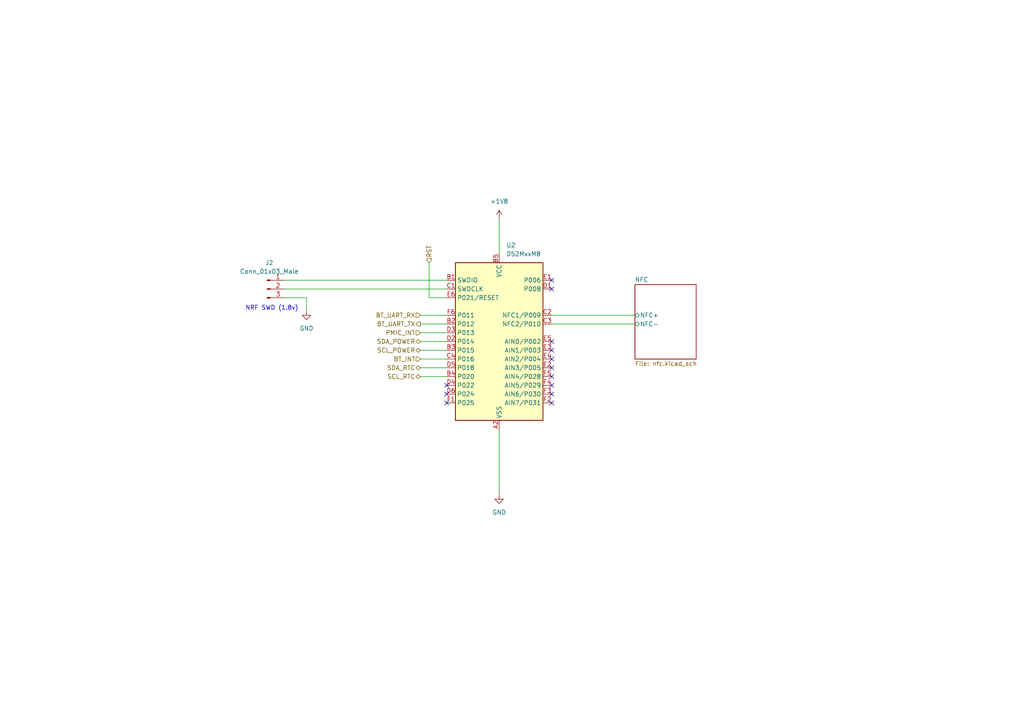
<source format=kicad_sch>
(kicad_sch (version 20211123) (generator eeschema)
  (paper "A4")
  (title_block (title "Bluetooth Controller") (rev "A") (company "Matthew Mirvish") (comment 1 "MWatch -- a cool smartwatch"))
  (lib_symbols
    (symbol "Connector:Conn_01x03_Male" (pin_names (offset 1.016) hide)
      (property "Reference" "J" (at 0 5.08 0))
      (property "Value" "Conn_01x03_Male" (at 0 -5.08 0))
      (symbol "Conn_01x03_Male_1_1"
        (polyline (pts (xy 1.27 -2.54) (xy 0.8636 -2.54)) (stroke (width 0.1524)))
        (polyline (pts (xy 1.27 0) (xy 0.8636 0)) (stroke (width 0.1524)))
        (polyline (pts (xy 1.27 2.54) (xy 0.8636 2.54)) (stroke (width 0.1524)))
        (rectangle (start 0.8636 -2.413) (end 0 -2.667) (stroke (width 0.1524)) (fill (type outline)))
        (rectangle (start 0.8636 0.127) (end 0 -0.127) (stroke (width 0.1524)) (fill (type outline)))
        (rectangle (start 0.8636 2.667) (end 0 2.413) (stroke (width 0.1524)) (fill (type outline)))
        (pin passive line (at 5.08 2.54 180) (length 3.81) (name "Pin_1") (number "1"))
        (pin passive line (at 5.08 0 180) (length 3.81) (name "Pin_2") (number "2"))
        (pin passive line (at 5.08 -2.54 180) (length 3.81) (name "Pin_3") (number "3"))
      )
    )
    (symbol "RF_Module:D52MxxM8"
      (property "Reference" "U" (at -11.43 24.13 0))
      (property "Value" "D52MxxM8" (at 7.62 24.13 0))
      (symbol "D52MxxM8_0_1"
        (rectangle (start -12.7 22.86) (end 12.7 -22.86) (stroke (width 0.254)) (fill (type background)))
      )
      (symbol "D52MxxM8_1_1"
        (pin power_in line (at 0 -25.4 90) (length 2.54) (name "VSS") (number "A2"))
        (pin passive line (at 0 -25.4 90) (length 2.54) hide (name "VSS") (number "A3"))
        (pin passive line (at 0 -25.4 90) (length 2.54) hide (name "VSS") (number "A4"))
        (pin passive line (at 0 -25.4 90) (length 2.54) hide (name "VSS") (number "A5"))
        (pin passive line (at 0 -25.4 90) (length 2.54) hide (name "VSS") (number "A6"))
        (pin bidirectional line (at -15.24 17.78 0) (length 2.54) (name "SWDIO") (number "B1"))
        (pin bidirectional line (at -15.24 5.08 0) (length 2.54) (name "P012") (number "B2"))
        (pin bidirectional line (at -15.24 -2.54 0) (length 2.54) (name "P015") (number "B3"))
        (pin bidirectional line (at -15.24 -10.16 0) (length 2.54) (name "P020") (number "B4"))
        (pin power_in line (at 0 25.4 270) (length 2.54) (name "VCC") (number "B5"))
        (pin passive line (at 0 25.4 270) (length 2.54) hide (name "VCC") (number "B6"))
        (pin input line (at -15.24 15.24 0) (length 2.54) (name "SWDCLK") (number "C1"))
        (pin bidirectional line (at 15.24 7.62 180) (length 2.54) (name "NFC1/P009") (number "C2"))
        (pin bidirectional line (at 15.24 5.08 180) (length 2.54) (name "NFC2/P010") (number "C3"))
        (pin bidirectional line (at -15.24 -5.08 0) (length 2.54) (name "P016") (number "C4"))
        (pin passive line (at 0 25.4 270) (length 2.54) hide (name "VCC") (number "C5"))
        (pin passive line (at 0 25.4 270) (length 2.54) hide (name "VCC") (number "C6"))
        (pin bidirectional line (at 15.24 15.24 180) (length 2.54) (name "P008") (number "D1"))
        (pin bidirectional line (at -15.24 0 0) (length 2.54) (name "P014") (number "D2"))
        (pin bidirectional line (at -15.24 2.54 0) (length 2.54) (name "P013") (number "D3"))
        (pin bidirectional line (at -15.24 -12.7 0) (length 2.54) (name "P022") (number "D4"))
        (pin bidirectional line (at -15.24 -7.62 0) (length 2.54) (name "P018") (number "D5"))
        (pin bidirectional line (at -15.24 -15.24 0) (length 2.54) (name "P024") (number "D6"))
        (pin bidirectional line (at 15.24 17.78 180) (length 2.54) (name "P006") (number "E1"))
        (pin bidirectional line (at 15.24 -7.62 180) (length 2.54) (name "AIN3/P005") (number "E2"))
        (pin bidirectional line (at 15.24 -2.54 180) (length 2.54) (name "AIN1/P003") (number "E3"))
        (pin bidirectional line (at 15.24 -5.08 180) (length 2.54) (name "AIN2/P004") (number "E4"))
        (pin bidirectional line (at 15.24 0 180) (length 2.54) (name "AIN0/P002") (number "E5"))
        (pin bidirectional line (at -15.24 12.7 0) (length 2.54) (name "P021/RESET") (number "E6"))
        (pin bidirectional line (at -15.24 -17.78 0) (length 2.54) (name "P025") (number "F1"))
        (pin bidirectional line (at 15.24 -17.78 180) (length 2.54) (name "AIN7/P031") (number "F2"))
        (pin bidirectional line (at 15.24 -15.24 180) (length 2.54) (name "AIN6/P030") (number "F3"))
        (pin bidirectional line (at 15.24 -12.7 180) (length 2.54) (name "AIN5/P029") (number "F4"))
        (pin bidirectional line (at 15.24 -10.16 180) (length 2.54) (name "AIN4/P028") (number "F5"))
        (pin bidirectional line (at -15.24 7.62 0) (length 2.54) (name "P011") (number "F6"))
      )
    )
    (symbol "power:+1V8" (power) (pin_names (offset 0))
      (property "Value" "+1V8" (at 0 3.556 0))
      (symbol "+1V8_0_1"
        (polyline (pts (xy -0.762 1.27) (xy 0 2.54)))
        (polyline (pts (xy 0 0) (xy 0 2.54)))
        (polyline (pts (xy 0 2.54) (xy 0.762 1.27)))
      )
      (symbol "+1V8_1_1"
        (pin power_in line (at 0 0 90) (length 0) hide (name "+1V8") (number "1"))
      )
    )
    (symbol "power:GND" (power) (pin_names (offset 0))
      (property "Value" "GND" (at 0 -3.81 0))
      (symbol "GND_0_1"
        (polyline (pts (xy 0 0) (xy 0 -1.27) (xy 1.27 -1.27) (xy 0 -2.54) (xy -1.27 -1.27) (xy 0 -1.27)))
      )
      (symbol "GND_1_1"
        (pin power_in line (at 0 0 270) (length 0) hide (name "GND") (number "1"))
      )
    )
  )
  (no_connect (at 160.02 81.28))
  (no_connect (at 160.02 83.82))
  (no_connect (at 160.02 99.06))
  (no_connect (at 160.02 101.6))
  (no_connect (at 160.02 104.14))
  (no_connect (at 160.02 106.68))
  (no_connect (at 160.02 109.22))
  (no_connect (at 160.02 111.76))
  (no_connect (at 160.02 114.3))
  (no_connect (at 160.02 116.84))
  (no_connect (at 129.54 116.84))
  (no_connect (at 129.54 114.3))
  (no_connect (at 129.54 111.76))
  (wire (pts (xy 121.92 106.68) (xy 129.54 106.68)))
  (wire (pts (xy 121.92 109.22) (xy 129.54 109.22)))
  (wire (pts (xy 160.02 91.44) (xy 184.15 91.44)))
  (wire (pts (xy 88.9 86.36) (xy 82.55 86.36)))
  (wire (pts (xy 121.92 96.52) (xy 129.54 96.52)))
  (wire (pts (xy 88.9 90.17) (xy 88.9 86.36)))
  (wire (pts (xy 121.92 93.98) (xy 129.54 93.98)))
  (wire (pts (xy 121.92 91.44) (xy 129.54 91.44)))
  (wire (pts (xy 82.55 81.28) (xy 129.54 81.28)))
  (wire (pts (xy 82.55 83.82) (xy 129.54 83.82)))
  (wire (pts (xy 144.78 63.5) (xy 144.78 73.66)))
  (wire (pts (xy 129.54 86.36) (xy 124.46 86.36)))
  (wire (pts (xy 121.92 101.6) (xy 129.54 101.6)))
  (wire (pts (xy 124.46 86.36) (xy 124.46 76.2)))
  (wire (pts (xy 121.92 104.14) (xy 129.54 104.14)))
  (wire (pts (xy 160.02 93.98) (xy 184.15 93.98)))
  (wire (pts (xy 144.78 124.46) (xy 144.78 143.51)))
  (wire (pts (xy 121.92 99.06) (xy 129.54 99.06)))
  (text "NRF SWD (1.8v)" (at 71.12 90.17 0) (effects (font (size 1.27 1.27)) (justify left bottom)))
  (hierarchical_label "SDA_RTC" (shape bidirectional) (at 121.92 106.68 180))
  (hierarchical_label "BT_INT" (shape input) (at 121.92 104.14 180))
  (hierarchical_label "BT_UART_RX" (shape input) (at 121.92 91.44 180))
  (hierarchical_label "BT_UART_TX" (shape output) (at 121.92 93.98 180))
  (hierarchical_label "SCL_RTC" (shape bidirectional) (at 121.92 109.22 180))
  (hierarchical_label "SDA_POWER" (shape bidirectional) (at 121.92 99.06 180))
  (hierarchical_label "RST" (shape input) (at 124.46 76.2 90))
  (hierarchical_label "SCL_POWER" (shape bidirectional) (at 121.92 101.6 180))
  (hierarchical_label "PMIC_INT" (shape input) (at 121.92 96.52 180))
  (symbol (lib_id "power:GND") (at 144.78 143.51 0) (unit 1)
    (property "Reference" "#PWR013" (effects hide))
    (property "Value" "GND" (at 144.78 148.59 0))
  )
  (symbol (lib_id "power:+1V8") (at 144.78 63.5 0) (unit 1)
    (property "Reference" "#PWR012" (effects hide))
    (property "Value" "+1V8" (at 144.78 58.42 0))
  )
  (symbol (lib_id "RF_Module:D52MxxM8") (at 144.78 99.06 0) (unit 1)
    (property "Reference" "U2" (at 146.7994 71.12 0) (effects (justify left)))
    (property "Value" "D52MxxM8" (at 146.7994 73.66 0) (effects (justify left)))
    (property "Footprint" "RF_Module:Garmin_M8-35_9.8x14.0mm_Layout6x6_P1.5mm" (effects hide))
    (property "Datasheet" "https://www.thisisant.com/assets/resources/D00001687_D52_Module_Datasheet.v.2.3_(Garmin).pdf" (effects hide))
    (property "Description" "BLUETOOTH MOD ISM>1GHZ TRC ANT SMD" (effects hide))
    (property "MPN" "D52MD2M8IA-TRAY" (effects hide))
  )
  (symbol (lib_id "power:GND") (at 88.9 90.17 0) (unit 1)
    (property "Reference" "#PWR011" (effects hide))
    (property "Value" "GND" (at 88.9 95.25 0))
  )
  (symbol (lib_id "Connector:Conn_01x03_Male") (at 77.47 83.82 0) (unit 1)
    (property "Reference" "J2" (at 78.105 76.2 0))
    (property "Value" "Conn_01x03_Male" (at 78.105 78.74 0))
    (property "Footprint" "Connector_PinHeader_2.54mm:PinHeader_1x03_P2.54mm_Vertical" (effects hide))
    (property "Description" "CONN HEADER VERT 3POS 2.54MM" (effects hide))
  )
  (sheet (at 184.15 82.55) (size 17.78 21.59) (stroke (width 0.1524))
    (property "Sheet name" "NFC" (at 184.15 81.8384 0) (effects (justify left bottom)))
    (property "Sheet file" "nfc.kicad_sch" (at 184.15 104.7246 0) (effects (justify left top)))
    (pin "NFC+" bidirectional (at 184.15 91.44 180))
    (pin "NFC-" bidirectional (at 184.15 93.98 180))
  )
)
</source>
